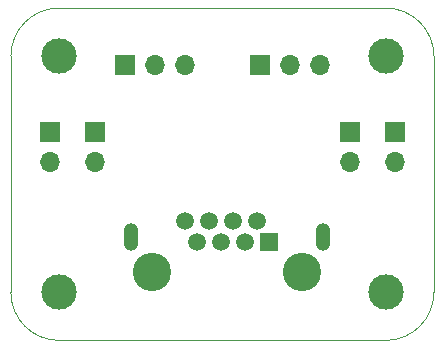
<source format=gbr>
G04 #@! TF.GenerationSoftware,KiCad,Pcbnew,7.0.2*
G04 #@! TF.CreationDate,2023-08-07T19:28:33-05:00*
G04 #@! TF.ProjectId,JoystickBoard,4a6f7973-7469-4636-9b42-6f6172642e6b,rev?*
G04 #@! TF.SameCoordinates,Original*
G04 #@! TF.FileFunction,Soldermask,Top*
G04 #@! TF.FilePolarity,Negative*
%FSLAX46Y46*%
G04 Gerber Fmt 4.6, Leading zero omitted, Abs format (unit mm)*
G04 Created by KiCad (PCBNEW 7.0.2) date 2023-08-07 19:28:33*
%MOMM*%
%LPD*%
G01*
G04 APERTURE LIST*
%ADD10R,1.700000X1.700000*%
%ADD11O,1.700000X1.700000*%
%ADD12C,3.000000*%
%ADD13C,3.250000*%
%ADD14R,1.500000X1.500000*%
%ADD15C,1.500000*%
%ADD16O,1.259000X2.362000*%
G04 #@! TA.AperFunction,Profile*
%ADD17C,0.050000*%
G04 #@! TD*
G04 APERTURE END LIST*
D10*
X139700000Y-97075001D03*
D11*
X139700000Y-99615001D03*
D12*
X164338000Y-90678000D03*
X164338000Y-110678000D03*
X136638000Y-110678000D03*
D13*
X144529080Y-108922820D03*
X157229080Y-108922820D03*
D14*
X154428380Y-106382820D03*
D15*
X153408380Y-104602820D03*
X152398380Y-106382820D03*
X151378380Y-104602820D03*
X150368380Y-106382820D03*
X149348380Y-104602820D03*
X148338380Y-106382820D03*
X147318380Y-104602820D03*
D16*
X142749080Y-106020870D03*
X159009080Y-106020870D03*
D12*
X136638000Y-90678000D03*
D10*
X142240000Y-91440000D03*
D11*
X144780000Y-91440000D03*
X147320000Y-91440000D03*
D10*
X161290000Y-97075001D03*
D11*
X161290000Y-99615001D03*
D10*
X165100000Y-97075001D03*
D11*
X165100000Y-99615001D03*
X158750000Y-91440000D03*
X156210000Y-91440000D03*
D10*
X153670000Y-91440000D03*
X135890000Y-97075001D03*
D11*
X135890000Y-99615001D03*
D17*
X132588000Y-110680500D02*
G75*
G03*
X136652000Y-114744500I4064000J0D01*
G01*
X168402000Y-90678000D02*
X168402000Y-110680500D01*
X132588000Y-110680500D02*
X132588000Y-90678000D01*
X164338000Y-114744500D02*
X136652000Y-114744500D01*
X136652000Y-86614000D02*
G75*
G03*
X132588000Y-90678000I0J-4064000D01*
G01*
X164338000Y-86614000D02*
X136652000Y-86614000D01*
X168402000Y-90678000D02*
G75*
G03*
X164338000Y-86614000I-4064000J0D01*
G01*
X164338000Y-114744500D02*
G75*
G03*
X168402000Y-110680500I0J4064000D01*
G01*
M02*

</source>
